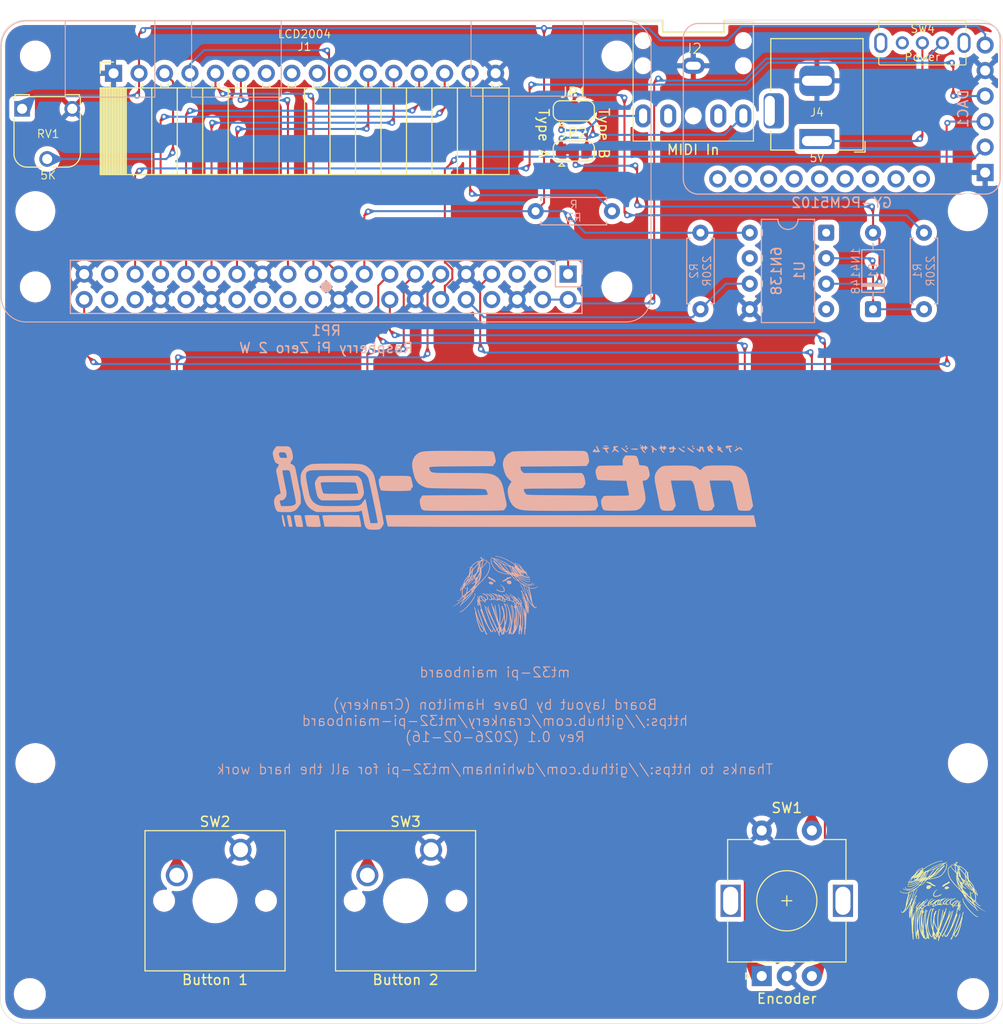
<source format=kicad_pcb>
(kicad_pcb (version 20241229) (generator "pcbnew") (generator_version "9.0")
  (layers (0 "F.Cu" signal) (2 "B.Cu" signal) (13 "F.Paste" user) (15 "B.Paste" user) (5 "F.SilkS" user "F.Silkscreen") (7 "B.SilkS" user "B.Silkscreen") (1 "F.Mask" user) (3 "B.Mask" user) (25 "Edge.Cuts" user))
  (property "Author" "Dave Hamilton")
  (property "Company" "Crankery")
  (property "Github" "https://github.com/crankery/mt32-pi-mainboard")
  (property "Issue_Date" "2026-02-16")
  (property "Revision" "0.1")
  (property "Title" "mt32-pi mainboard")
  (net 0 "")
  (net 1 "Net-(D1-K)")
  (net 2 "DAC_{BCK}")
  (net 3 "DAC_{DIN}")
  (net 4 "MIDI_{SNK}")
  (net 5 "DAC_{LCK}")
  (net 8 "LCD_{D6}")
  (net 10 "ENC_{DAT}")
  (net 12 "GND")
  (net 13 "Button_{Enc}")
  (net 14 "LCD_{D5}")
  (net 15 "LCD_{RS}")
  (net 17 "MIDI_IN")
  (net 18 "ENC_{CLK}")
  (net 21 "LCD_{E}")
  (net 22 "LCD_{RW}")
  (net 24 "Button_{1}")
  (net 26 "LCD_{D4}")
  (net 27 "Button_{2}")
  (net 28 "LCD_{D7}")
  (net 32 "+5V")
  (net 33 "+3.3V")
  (net 34 "MIDI_{T}")
  (net 49 "Net-(J1-Pin_3)")
  (net 51 "Net-(J1-Pin_15)")
  (net 53 "MIDI_{R}")
  (net 54 "MIDI_{SRC}")
  (net 57 "Net-(SW4-B)")
  (footprint "0:RotaryEncoder_Alps_EC11E-Switch_Vertical_H20mm" (layer "F.Cu") (at 126.96 146.57 90)
    (property "Reference" "SW1" (at 16.75 2.500001 0) (layer "F.SilkS"))
    (property "Value" "Encoder" (at -2.25 2.5 180) (layer "F.SilkS"))
    (pad "" thru_hole rect (at 7.5 -3.1 90) (size 3.2 2) (drill oval 2.8 1.5) (layers "*.Cu" "*.Mask"))
    (pad "" thru_hole rect (at 7.5 8.1 90) (size 3.2 2) (drill oval 2.8 1.5) (layers "*.Cu" "*.Mask"))
    (pad "A" thru_hole rect (at 0 0 90) (size 2 2) (drill 1) (layers "*.Cu" "*.Mask") (net 18 "ENC_{CLK}"))
    (pad "B" thru_hole circle (at 0 5 90) (size 2 2) (drill 1) (layers "*.Cu" "*.Mask") (net 10 "ENC_{DAT}"))
    (pad "C" thru_hole circle (at 0 2.5 90) (size 2 2) (drill 1) (layers "*.Cu" "*.Mask") (net 12 "GND"))
    (pad "S1" thru_hole circle (at 14.5 5 90) (size 2 2) (drill 1) (layers "*.Cu" "*.Mask") (net 13 "Button_{Enc}"))
    (pad "S2" thru_hole circle (at 14.5 0 90) (size 2 2) (drill 1) (layers "*.Cu" "*.Mask") (net 12 "GND"))
  )
  (footprint "0:LCD2004" (layer "F.Cu") (at 62.32 70.36 90)
    (property "Reference" "LCD1")
    (property "Value" "LCD2004")
    (pad "" np_thru_hole circle (at -55 -7.8 90) (size 3.5 3.5) (drill 3.5) (layers "*.Cu" "*.Mask"))
    (pad "" np_thru_hole circle (at -55 85.2 90) (size 3.5 3.5) (drill 3.5) (layers "*.Cu" "*.Mask"))
    (pad "" np_thru_hole circle (at 0 -7.8 90) (size 3.5 3.5) (drill 3.5) (layers "*.Cu" "*.Mask"))
    (pad "" np_thru_hole circle (at 0 85.2 90) (size 3.5 3.5) (drill 3.5) (layers "*.Cu" "*.Mask"))
  )
  (footprint "0:PinSocket_1x16_P2.54mm_Horizontal" (layer "F.Cu") (at 62.32 56.62 90)
    (property "Reference" "J1" (at 2.64 19.04 180) (layer "F.SilkS") (effects (font (size 0.8 0.8) (thickness 0.1))))
    (property "Value" "LCD2004" (at 3.91 19.040001 180) (layer "F.SilkS") (effects (font (size 0.8 0.8) (thickness 0.1))))
    (pad "1" thru_hole rect (at 0 0 90) (size 1.7 1.7) (drill 1) (layers "*.Cu" "*.Mask") (net 12 "GND"))
    (pad "2" thru_hole circle (at 0 2.54 90) (size 1.7 1.7) (drill 1) (layers "*.Cu" "*.Mask") (net 33 "+3.3V"))
    (pad "3" thru_hole circle (at 0 5.08 90) (size 1.7 1.7) (drill 1) (layers "*.Cu" "*.Mask") (net 49 "Net-(J1-Pin_3)"))
    (pad "4" thru_hole circle (at 0 7.62 90) (size 1.7 1.7) (drill 1) (layers "*.Cu" "*.Mask") (net 15 "LCD_{RS}"))
    (pad "5" thru_hole circle (at 0 10.16 90) (size 1.7 1.7) (drill 1) (layers "*.Cu" "*.Mask") (net 22 "LCD_{RW}"))
    (pad "6" thru_hole circle (at 0 12.7 90) (size 1.7 1.7) (drill 1) (layers "*.Cu" "*.Mask") (net 21 "LCD_{E}"))
    (pad "7" thru_hole circle (at 0 15.24 90) (size 1.7 1.7) (drill 1) (layers "*.Cu" "*.Mask"))
    (pad "8" thru_hole circle (at 0 17.78 90) (size 1.7 1.7) (drill 1) (layers "*.Cu" "*.Mask"))
    (pad "9" thru_hole circle (at 0 20.32 90) (size 1.7 1.7) (drill 1) (layers "*.Cu" "*.Mask"))
    (pad "10" thru_hole circle (at 0 22.86 90) (size 1.7 1.7) (drill 1) (layers "*.Cu" "*.Mask"))
    (pad "11" thru_hole circle (at 0 25.4 90) (size 1.7 1.7) (drill 1) (layers "*.Cu" "*.Mask") (net 26 "LCD_{D4}"))
    (pad "12" thru_hole circle (at 0 27.94 90) (size 1.7 1.7) (drill 1) (layers "*.Cu" "*.Mask") (net 14 "LCD_{D5}"))
    (pad "13" thru_hole circle (at 0 30.48 90) (size 1.7 1.7) (drill 1) (layers "*.Cu" "*.Mask") (net 8 "LCD_{D6}"))
    (pad "14" thru_hole circle (at 0 33.02 90) (size 1.7 1.7) (drill 1) (layers "*.Cu" "*.Mask") (net 28 "LCD_{D7}"))
    (pad "15" thru_hole circle (at 0 35.56 90) (size 1.7 1.7) (drill 1) (layers "*.Cu" "*.Mask") (net 51 "Net-(J1-Pin_15)"))
    (pad "16" thru_hole circle (at 0 38.1 90) (size 1.7 1.7) (drill 1) (layers "*.Cu" "*.Mask") (net 12 "GND"))
  )
  (footprint "0:crankery_small" (layer "F.Cu") (at 144.679078 139.148224)
    (property "Reference" "G2" (hide yes))
    (property "Value" "Crankery Logo" (hide yes))
  )
  (footprint "0:BarrelJack_Horizontal" (layer "F.Cu") (at 132.463333 63.37 -90)
    (property "Reference" "J4" (at -2.85 0 180) (layer "F.SilkS") (effects (font (size 0.8 0.8) (thickness 0.1))))
    (property "Value" "5V" (at 1.69 0 180) (layer "F.SilkS") (effects (font (size 0.8 0.8) (thickness 0.1))))
    (pad "1" thru_hole rect (at 0 0 270) (size 2 3.5) (drill oval 1 3 (offset -0.2 0)) (layers "*.Cu" "*.Mask") (net 57 "Net-(SW4-B)"))
    (pad "2" thru_hole roundrect (at -6 0 270) (size 3 3.5) (drill oval 1 3) (layers "*.Cu" "*.Mask") (net 12 "GND"))
    (pad "3" thru_hole roundrect (at -3 4.7 270) (size 3.5 2) (drill oval 3 1 (offset 0 -0.4)) (layers "*.Cu" "*.Mask"))
  )
  (footprint "Jumper:SolderJumper-3_P1.3mm_Bridged12_RoundedPad1.0x1.5mm" (layer "F.Cu") (at 108.218125 60.36)
    (property "Reference" "JP1" (at 0 -1.8 0) (layer "F.SilkS"))
    (property "Value" "MIDI Type A/B")
    (fp_poly (pts (xy -0.9 -0.3) (xy -0.4 -0.3) (xy -0.4 0.3) (xy -0.9 0.3)) (fill yes) (layer "F.Cu"))
    (pad "1" smd custom (at -1.3 0) (size 1 0.5) (layers "F.Cu" "F.Mask") (net 34 "MIDI_{T}") (options (clearance outline) (anchor rect)) (primitives (gr_circle (center 0 0.25) (end 0.5 0.25) (width 0) (fill yes)) (gr_circle (center 0 -0.25) (end 0.5 -0.25) (width 0) (fill yes)) (gr_poly (pts (xy 0.55 0.75) (xy 0 0.75) (xy 0 -0.75) (xy 0.55 -0.75)) (width 0) (fill yes))))
    (pad "2" smd rect (at 0 0) (size 1 1.5) (layers "F.Cu" "F.Mask") (net 54 "MIDI_{SRC}"))
    (pad "3" smd custom (at 1.3 0) (size 1 0.5) (layers "F.Cu" "F.Mask") (net 53 "MIDI_{R}") (options (clearance outline) (anchor rect)) (primitives (gr_circle (center 0 0.25) (end 0.5 0.25) (width 0) (fill yes)) (gr_circle (center 0 -0.25) (end 0.5 -0.25) (width 0) (fill yes)) (gr_poly (pts (xy 0 0.75) (xy -0.55 0.75) (xy -0.55 -0.75) (xy 0 -0.75)) (width 0) (fill yes))))
  )
  (footprint "Jumper:SolderJumper-3_P1.3mm_Bridged12_RoundedPad1.0x1.5mm" (layer "F.Cu") (at 108.218125 64.3725)
    (property "Reference" "JP2" (at 0 -1.8 0) (layer "F.SilkS"))
    (property "Value" "MIDI Type A/B")
    (fp_poly (pts (xy -0.9 -0.3) (xy -0.4 -0.3) (xy -0.4 0.3) (xy -0.9 0.3)) (fill yes) (layer "F.Cu"))
    (pad "1" smd custom (at -1.3 0) (size 1 0.5) (layers "F.Cu" "F.Mask") (net 53 "MIDI_{R}") (options (clearance outline) (anchor rect)) (primitives (gr_circle (center 0 0.25) (end 0.5 0.25) (width 0) (fill yes)) (gr_circle (center 0 -0.25) (end 0.5 -0.25) (width 0) (fill yes)) (gr_poly (pts (xy 0.55 0.75) (xy 0 0.75) (xy 0 -0.75) (xy 0.55 -0.75)) (width 0) (fill yes))))
    (pad "2" smd rect (at 0 0) (size 1 1.5) (layers "F.Cu" "F.Mask") (net 4 "MIDI_{SNK}"))
    (pad "3" smd custom (at 1.3 0) (size 1 0.5) (layers "F.Cu" "F.Mask") (net 34 "MIDI_{T}") (options (clearance outline) (anchor rect)) (primitives (gr_circle (center 0 0.25) (end 0.5 0.25) (width 0) (fill yes)) (gr_circle (center 0 -0.25) (end 0.5 -0.25) (width 0) (fill yes)) (gr_poly (pts (xy 0 0.75) (xy -0.55 0.75) (xy -0.55 -0.75) (xy 0 -0.75)) (width 0) (fill yes))))
  )
  (footprint "0:SW_Cherry_MX_1.00u_PCB" (layer "F.Cu") (at 74.98 133.99)
    (property "Reference" "SW2" (at -2.54 -2.794 0) (layer "F.SilkS"))
    (property "Value" "Button 1" (at -2.54 12.954 0) (layer "F.SilkS"))
    (pad "" np_thru_hole circle (at -7.62 5.08) (size 1.7 1.7) (drill 1.7) (layers "*.Cu" "*.Mask"))
    (pad "" np_thru_hole circle (at -2.54 5.08) (size 4 4) (drill 4) (layers "*.Cu" "*.Mask"))
    (pad "" np_thru_hole circle (at 2.54 5.08) (size 1.7 1.7) (drill 1.7) (layers "*.Cu" "*.Mask"))
    (pad "1" thru_hole circle (at 0 0) (size 2.2 2.2) (drill 1.5) (layers "*.Cu" "*.Mask") (net 12 "GND"))
    (pad "2" thru_hole circle (at -6.35 2.54) (size 2.2 2.2) (drill 1.5) (layers "*.Cu" "*.Mask") (net 24 "Button_{1}"))
  )
  (footprint "0:Potentiometer_Runtron_RM-065_Vertical" (layer "F.Cu") (at 53.2 60.16)
    (property "Reference" "RV1" (at 2.6 2.5 0) (layer "F.SilkS") (effects (font (size 0.8 0.8) (thickness 0.1))))
    (property "Value" "5K" (at 2.59 6.63 0) (layer "F.SilkS") (effects (font (size 0.8 0.8) (thickness 0.1))))
    (pad "1" thru_hole rect (at 0 0) (size 1.56 1.56) (drill 1) (layers "*.Cu" "*.Mask") (net 33 "+3.3V"))
    (pad "2" thru_hole circle (at 2.5 5) (size 1.56 1.56) (drill 1) (layers "*.Cu" "*.Mask") (net 49 "Net-(J1-Pin_3)"))
    (pad "3" thru_hole circle (at 5 0) (size 1.56 1.56) (drill 1) (layers "*.Cu" "*.Mask") (net 12 "GND"))
  )
  (footprint "0:GY-PCM5102" (layer "F.Cu") (at 134.935 60.16 180)
    (property "Reference" "DAC1" (at -12.11 0 270) (layer "B.SilkS") (effects (justify mirror)))
    (property "Value" "GY-PCM5102" (at 0 -9.36 180) (layer "B.SilkS") (effects (justify mirror)))
    (pad "1" thru_hole rect (at -14.305 -6.35 180) (size 1.7 1.7) (drill 1) (layers "*.Cu" "*.Mask") (net 12 "GND"))
    (pad "2" thru_hole circle (at -14.305 -3.81 180) (size 1.7 1.7) (drill 1) (layers "*.Cu" "*.Mask") (net 2 "DAC_{BCK}"))
    (pad "3" thru_hole circle (at -14.305 -1.27 180) (size 1.7 1.7) (drill 1) (layers "*.Cu" "*.Mask") (net 3 "DAC_{DIN}"))
    (pad "4" thru_hole circle (at -14.305 1.27 180) (size 1.7 1.7) (drill 1) (layers "*.Cu" "*.Mask") (net 5 "DAC_{LCK}"))
    (pad "5" thru_hole circle (at -14.305 3.81 180) (size 1.7 1.7) (drill 1) (layers "*.Cu" "*.Mask") (net 12 "GND"))
    (pad "6" thru_hole circle (at -14.305 6.35 180) (size 1.7 1.7) (drill 1) (layers "*.Cu" "*.Mask") (net 33 "+3.3V"))
    (pad "7" thru_hole circle (at 12.365 -6.985 180) (size 1.7 1.7) (drill 1) (layers "*.Cu" "*.Mask"))
    (pad "8" thru_hole circle (at 9.825 -6.985 180) (size 1.7 1.7) (drill 1) (layers "*.Cu" "*.Mask"))
    (pad "9" thru_hole circle (at 7.285 -6.985 180) (size 1.7 1.7) (drill 1) (layers "*.Cu" "*.Mask"))
    (pad "10" thru_hole circle (at 4.745 -6.985 180) (size 1.7 1.7) (drill 1) (layers "*.Cu" "*.Mask"))
    (pad "11" thru_hole circle (at 2.205 -6.985 180) (size 1.7 1.7) (drill 1) (layers "*.Cu" "*.Mask"))
    (pad "12" thru_hole circle (at -0.335 -6.985 180) (size 1.7 1.7) (drill 1) (layers "*.Cu" "*.Mask"))
    (pad "13" thru_hole circle (at -2.875 -6.985 180) (size 1.7 1.7) (drill 1) (layers "*.Cu" "*.Mask"))
    (pad "14" thru_hole circle (at -5.415 -6.985 180) (size 1.7 1.7) (drill 1) (layers "*.Cu" "*.Mask"))
    (pad "15" thru_hole circle (at -7.955 -6.985 180) (size 1.7 1.7) (drill 1) (layers "*.Cu" "*.Mask"))
  )
  (footprint "0:SW_Cherry_MX_1.00u_PCB" (layer "F.Cu") (at 93.98 133.99)
    (property "Reference" "SW3" (at -2.54 -2.794 0) (layer "F.SilkS"))
    (property "Value" "Button 2" (at -2.54 12.954 0) (layer "F.SilkS"))
    (pad "" np_thru_hole circle (at -7.62 5.08) (size 1.7 1.7) (drill 1.7) (layers "*.Cu" "*.Mask"))
    (pad "" np_thru_hole circle (at -2.54 5.08) (size 4 4) (drill 4) (layers "*.Cu" "*.Mask"))
    (pad "" np_thru_hole circle (at 2.54 5.08) (size 1.7 1.7) (drill 1.7) (layers "*.Cu" "*.Mask"))
    (pad "1" thru_hole circle (at 0 0) (size 2.2 2.2) (drill 1.5) (layers "*.Cu" "*.Mask") (net 12 "GND"))
    (pad "2" thru_hole circle (at -6.35 2.54) (size 2.2 2.2) (drill 1.5) (layers "*.Cu" "*.Mask") (net 27 "Button_{2}"))
  )
  (footprint "0:MountingHole_2.7mm_M2.5" (layer "F.Cu") (at 53.97 148.37)
    (property "Reference" "H2" (hide yes))
    (property "Value" "MountingHole" (hide yes))
    (pad "" np_thru_hole circle (at 0 0) (size 2.7 2.7) (drill 2.7) (layers "*.Cu" "*.Mask"))
  )
  (footprint "0:PJ-307" (layer "F.Cu") (at 120.13 55.87 -90)
    (property "Reference" "J2" (at -1.7 0 0) (layer "F.SilkS") (effects (font (thickness 0.1))))
    (property "Value" "MIDI In" (at 8.37 0 0) (layer "F.SilkS"))
    (fp_line (start -4.55 6.05) (end -4.55 3) (stroke (width 0.05)) (layer "Edge.Cuts"))
    (fp_line (start -4.55 3) (end -3.4 3) (stroke (width 0.05)) (layer "Edge.Cuts"))
    (fp_line (start -3.4 3) (end -3.4 -3) (stroke (width 0.05)) (layer "Edge.Cuts"))
    (fp_line (start -4.55 -3) (end -3.4 -3) (stroke (width 0.05)) (layer "Edge.Cuts"))
    (fp_line (start -4.55 -3) (end -4.55 -6.05) (stroke (width 0.05)) (layer "Edge.Cuts"))
    (pad "" np_thru_hole circle (at -2.5 -5) (size 1.2 1.2) (drill 1.2) (layers "*.Cu" "*.Mask"))
    (pad "" np_thru_hole circle (at -2.5 5) (size 1.2 1.2) (drill 1.2) (layers "*.Cu" "*.Mask"))
    (pad "" np_thru_hole circle (at 0 -5) (size 1.2 1.2) (drill 1.2) (layers "*.Cu" "*.Mask"))
    (pad "" np_thru_hole circle (at 0 5) (size 1.2 1.2) (drill 1.2) (layers "*.Cu" "*.Mask"))
    (pad "" np_thru_hole circle (at 5 0) (size 1.2 1.2) (drill 1.2) (layers "*.Cu" "*.Mask"))
    (pad "R" thru_hole oval (at 5 -5 90) (size 2.3 1.6) (drill oval 1.5 0.8) (layers "*.Cu" "*.Mask") (net 53 "MIDI_{R}"))
    (pad "RN" thru_hole oval (at 5 -2.5 90) (size 2.3 1.6) (drill oval 1.5 0.8) (layers "*.Cu" "*.Mask"))
    (pad "S" thru_hole oval (at 0 0) (size 2.3 1.6) (drill oval 1.5 0.8) (layers "*.Cu" "*.Mask") (net 12 "GND"))
    (pad "T" thru_hole oval (at 5 5 90) (size 2.3 1.6) (drill oval 1.5 0.8) (layers "*.Cu" "*.Mask") (net 34 "MIDI_{T}"))
    (pad "TN" thru_hole oval (at 5 2.5 90) (size 2.3 1.6) (drill oval 1.5 0.8) (layers "*.Cu" "*.Mask"))
  )
  (footprint "0:SK12D07VG4" (layer "F.Cu") (at 142.981667 51.39)
    (property "Reference" "SW4" (at 0.03 0.8 0) (layer "F.SilkS") (effects (font (size 0.8 0.8) (thickness 0.1))))
    (property "Value" "Power" (at -0.01 3.6 0) (layer "F.SilkS") (effects (font (size 0.8 0.8) (thickness 0.1))))
    (pad "" thru_hole oval (at -4.15 2.2 270) (size 2 1.3) (drill oval 1.5 0.8) (layers "*.Cu" "*.Mask"))
    (pad "" thru_hole oval (at 4.15 2.2 270) (size 2 1.3) (drill oval 1.5 0.8) (layers "*.Cu" "*.Mask"))
    (pad "1" thru_hole circle (at 2 2.2 180) (size 1.3 1.3) (drill 0.8) (layers "*.Cu" "*.Mask") (net 32 "+5V"))
    (pad "2" thru_hole circle (at 0 2.2 180) (size 1.3 1.3) (drill 0.8) (layers "*.Cu" "*.Mask") (net 57 "Net-(SW4-B)"))
    (pad "3" thru_hole circle (at -2 2.2 180) (size 1.3 1.3) (drill 0.8) (layers "*.Cu" "*.Mask"))
  )
  (footprint "0:RP_Zero_2W" (layer "F.Cu") (at 59.39 79.17 90)
    (property "Reference" "RP1" (at -3.09 24.130001 0) (layer "B.SilkS") (effects (justify mirror)))
    (property "Value" "Raspberry Pi Zero 2 W" (at -4.82 24.13 0) (layer "B.SilkS") (effects (justify mirror)))
    (pad "" np_thru_hole circle (at 1.27 -4.87 90) (size 2.6 2.6) (drill 2.6) (layers "*.Cu" "*.Mask"))
    (pad "" np_thru_hole circle (at 1.27 53.13 90) (size 2.6 2.6) (drill 2.6) (layers "*.Cu" "*.Mask"))
    (pad "" np_thru_hole circle (at 24.27 -4.87 90) (size 2.6 2.6) (drill 2.6) (layers "*.Cu" "*.Mask"))
    (pad "" np_thru_hole circle (at 24.27 53.13 90) (size 2.6 2.6) (drill 2.6) (layers "*.Cu" "*.Mask"))
    (pad "1" thru_hole rect (at 2.54 48.26 270) (size 1.7 1.7) (drill 1) (layers "*.Cu" "*.Mask") (net 33 "+3.3V"))
    (pad "2" thru_hole circle (at 0 48.26 270) (size 1.7 1.7) (drill 1) (layers "*.Cu" "*.Mask") (net 32 "+5V"))
    (pad "3" thru_hole circle (at 2.54 45.72 270) (size 1.7 1.7) (drill 1) (layers "*.Cu" "*.Mask"))
    (pad "4" thru_hole circle (at 0 45.72 270) (size 1.7 1.7) (drill 1) (layers "*.Cu" "*.Mask") (net 32 "+5V"))
    (pad "5" thru_hole circle (at 2.54 43.18 270) (size 1.7 1.7) (drill 1) (layers "*.Cu" "*.Mask"))
    (pad "6" thru_hole circle (at 0 43.18 270) (size 1.7 1.7) (drill 1) (layers "*.Cu" "*.Mask") (net 12 "GND"))
    (pad "7" thru_hole circle (at 2.54 40.64 270) (size 1.7 1.7) (drill 1) (layers "*.Cu" "*.Mask") (net 13 "Button_{Enc}"))
    (pad "8" thru_hole circle (at 0 40.64 270) (size 1.7 1.7) (drill 1) (layers "*.Cu" "*.Mask"))
    (pad "9" thru_hole circle (at 2.54 38.1 270) (size 1.7 1.7) (drill 1) (layers "*.Cu" "*.Mask") (net 12 "GND"))
    (pad "10" thru_hole circle (at 0 38.1 270) (size 1.7 1.7) (drill 1) (layers "*.Cu" "*.Mask") (net 17 "MIDI_IN"))
    (pad "11" thru_hole circle (at 2.54 35.56 270) (size 1.7 1.7) (drill 1) (layers "*.Cu" "*.Mask") (net 24 "Button_{1}"))
    (pad "12" thru_hole circle (at 0 35.56 270) (size 1.7 1.7) (drill 1) (layers "*.Cu" "*.Mask") (net 2 "DAC_{BCK}"))
    (pad "13" thru_hole circle (at 2.54 33.02 270) (size 1.7 1.7) (drill 1) (layers "*.Cu" "*.Mask") (net 27 "Button_{2}"))
    (pad "14" thru_hole circle (at 0 33.02 270) (size 1.7 1.7) (drill 1) (layers "*.Cu" "*.Mask") (net 12 "GND"))
    (pad "15" thru_hole circle (at 2.54 30.48 270) (size 1.7 1.7) (drill 1) (layers "*.Cu" "*.Mask") (net 18 "ENC_{CLK}"))
    (pad "16" thru_hole circle (at 0 30.48 270) (size 1.7 1.7) (drill 1) (layers "*.Cu" "*.Mask") (net 10 "ENC_{DAT}"))
    (pad "17" thru_hole circle (at 2.54 27.94 270) (size 1.7 1.7) (drill 1) (layers "*.Cu" "*.Mask") (net 33 "+3.3V"))
    (pad "18" thru_hole circle (at 0 27.94 270) (size 1.7 1.7) (drill 1) (layers "*.Cu" "*.Mask"))
    (pad "19" thru_hole circle (at 2.54 25.4 270) (size 1.7 1.7) (drill 1) (layers "*.Cu" "*.Mask") (net 15 "LCD_{RS}"))
    (pad "20" thru_hole circle (at 0 25.4 270) (size 1.7 1.7) (drill 1) (layers "*.Cu" "*.Mask") (net 12 "GND"))
    (pad "21" thru_hole circle (at 2.54 22.86 270) (size 1.7 1.7) (drill 1) (layers "*.Cu" "*.Mask") (net 22 "LCD_{RW}"))
    (pad "22" thru_hole circle (at 0 22.86 270) (size 1.7 1.7) (drill 1) (layers "*.Cu" "*.Mask"))
    (pad "23" thru_hole circle (at 2.54 20.32 270) (size 1.7 1.7) (drill 1) (layers "*.Cu" "*.Mask") (net 21 "LCD_{E}"))
    (pad "24" thru_hole circle (at 0 20.32 270) (size 1.7 1.7) (drill 1) (layers "*.Cu" "*.Mask"))
    (pad "25" thru_hole circle (at 2.54 17.78 270) (size 1.7 1.7) (drill 1) (layers "*.Cu" "*.Mask") (net 12 "GND"))
    (pad "26" thru_hole circle (at 0 17.78 270) (size 1.7 1.7) (drill 1) (layers "*.Cu" "*.Mask"))
    (pad "27" thru_hole circle (at 2.54 15.24 270) (size 1.7 1.7) (drill 1) (layers "*.Cu" "*.Mask") (net 26 "LCD_{D4}"))
    (pad "28" thru_hole circle (at 0 15.24 270) (size 1.7 1.7) (drill 1) (layers "*.Cu" "*.Mask"))
    (pad "29" thru_hole circle (at 2.54 12.7 270) (size 1.7 1.7) (drill 1) (layers "*.Cu" "*.Mask") (net 14 "LCD_{D5}"))
    (pad "30" thru_hole circle (at 0 12.7 270) (size 1.7 1.7) (drill 1) (layers "*.Cu" "*.Mask") (net 12 "GND"))
    (pad "31" thru_hole circle (at 2.54 10.16 270) (size 1.7 1.7) (drill 1) (layers "*.Cu" "*.Mask") (net 8 "LCD_{D6}"))
    (pad "32" thru_hole circle (at 0 10.16 270) (size 1.7 1.7) (drill 1) (layers "*.Cu" "*.Mask"))
    (pad "33" thru_hole circle (at 2.54 7.62 270) (size 1.7 1.7) (drill 1) (layers "*.Cu" "*.Mask") (net 28 "LCD_{D7}"))
    (pad "34" thru_hole circle (at 0 7.62 270) (size 1.7 1.7) (drill 1) (layers "*.Cu" "*.Mask") (net 12 "GND"))
    (pad "35" thru_hole circle (at 2.54 5.08 270) (size 1.7 1.7) (drill 1) (layers "*.Cu" "*.Mask") (net 5 "DAC_{LCK}"))
    (pad "36" thru_hole circle (at 0 5.08 270) (size 1.7 1.7) (drill 1) (layers "*.Cu" "*.Mask"))
    (pad "37" thru_hole circle (at 2.54 2.54 270) (size 1.7 1.7) (drill 1) (layers "*.Cu" "*.Mask"))
    (pad "38" thru_hole circle (at 0 2.54 270) (size 1.7 1.7) (drill 1) (layers "*.Cu" "*.Mask"))
    (pad "39" thru_hole circle (at 2.54 0 270) (size 1.7 1.7) (drill 1) (layers "*.Cu" "*.Mask") (net 12 "GND"))
    (pad "40" thru_hole circle (at 0 0 270) (size 1.7 1.7) (drill 1) (layers "*.Cu" "*.Mask") (net 3 "DAC_{DIN}"))
  )
  (footprint "0:MountingHole_2.7mm_M2.5" (layer "F.Cu") (at 148.04 148.37)
    (property "Reference" "H3" (hide yes))
    (property "Value" "MountingHole" (hide yes))
    (pad "" np_thru_hole circle (at 0 0) (size 2.7 2.7) (drill 2.7) (layers "*.Cu" "*.Mask"))
  )
  (footprint "0:R_Axial_DIN0207_L6.3mm_D2.5mm_P7.62mm_Horizontal" (layer "B.Cu") (at 120.85 72.51 -90)
    (property "Reference" "R2" (at 3.81 0.651167 90) (layer "B.SilkS") (effects (font (size 0.8 0.8) (thickness 0.1)) (justify mirror)))
    (property "Value" "220R" (at 3.81 -0.651167 90) (layer "B.SilkS") (effects (font (size 0.8 0.8) (thickness 0.1)) (justify mirror)))
    (pad "1" thru_hole circle (at 0 0 270) (size 1.6 1.6) (drill 0.8) (layers "*.Cu" "*.Mask") (net 33 "+3.3V"))
    (pad "2" thru_hole circle (at 7.62 0 270) (size 1.6 1.6) (drill 0.8) (layers "*.Cu" "*.Mask") (net 17 "MIDI_IN"))
  )
  (footprint "0:DIP-8_W7.62mm" (layer "B.Cu") (at 133.385 72.51 180)
    (property "Reference" "U1" (at 2.663917 -3.810001 90) (layer "B.SilkS") (effects (justify mirror)))
    (property "Value" "6N138" (at 4.956083 -3.810001 90) (layer "B.SilkS") (effects (justify mirror)))
    (pad "1" thru_hole roundrect (at 0 0 180) (size 1.6 1.6) (drill 0.8) (layers "*.Cu" "*.Mask") (roundrect_rratio 0.15625))
    (pad "2" thru_hole circle (at 0 -2.54 180) (size 1.6 1.6) (drill 0.8) (layers "*.Cu" "*.Mask") (net 1 "Net-(D1-K)"))
    (pad "3" thru_hole circle (at 0 -5.08 180) (size 1.6 1.6) (drill 0.8) (layers "*.Cu" "*.Mask") (net 4 "MIDI_{SNK}"))
    (pad "4" thru_hole circle (at 0 -7.62 180) (size 1.6 1.6) (drill 0.8) (layers "*.Cu" "*.Mask"))
    (pad "5" thru_hole circle (at 7.62 -7.62 180) (size 1.6 1.6) (drill 0.8) (layers "*.Cu" "*.Mask") (net 12 "GND"))
    (pad "6" thru_hole circle (at 7.62 -5.08 180) (size 1.6 1.6) (drill 0.8) (layers "*.Cu" "*.Mask") (net 17 "MIDI_IN"))
    (pad "7" thru_hole circle (at 7.62 -2.54 180) (size 1.6 1.6) (drill 0.8) (layers "*.Cu" "*.Mask"))
    (pad "8" thru_hole circle (at 7.62 0 180) (size 1.6 1.6) (drill 0.8) (layers "*.Cu" "*.Mask") (net 33 "+3.3V"))
  )
  (footprint "0:D_DO-35_SOD27_P7.62mm_Horizontal" (layer "B.Cu") (at 138.06 80.13 90)
    (property "Reference" "D1" (at 3.81 0 270) (layer "B.SilkS") (effects (font (size 0.8 0.8) (thickness 0.1)) (justify mirror)))
    (property "Value" "1N4148" (at 3.81 -1.73 270) (layer "B.SilkS") (effects (font (size 0.8 0.8) (thickness 0.1)) (justify mirror)))
    (pad "1" thru_hole roundrect (at 0 0 90) (size 1.6 1.6) (drill 0.8) (layers "*.Cu" "*.Mask") (roundrect_rratio 0.15625) (net 1 "Net-(D1-K)"))
    (pad "2" thru_hole circle (at 7.62 0 90) (size 1.6 1.6) (drill 0.8) (layers "*.Cu" "*.Mask") (net 4 "MIDI_{SNK}"))
  )
  (footprint "0:R_Axial_DIN0207_L6.3mm_D2.5mm_P7.62mm_Horizontal" (layer "B.Cu") (at 143.14 72.51 -90)
    (property "Reference" "R1" (at 3.81 0.651167 90) (layer "B.SilkS") (effects (font (size 0.8 0.8) (thickness 0.1)) (justify mirror)))
    (property "Value" "220R" (at 3.81 -0.651167 90) (layer "B.SilkS") (effects (font (size 0.8 0.8) (thickness 0.1)) (justify mirror)))
    (pad "1" thru_hole circle (at 0 0 270) (size 1.6 1.6) (drill 0.8) (layers "*.Cu" "*.Mask") (net 54 "MIDI_{SRC}"))
    (pad "2" thru_hole circle (at 7.62 0 270) (size 1.6 1.6) (drill 0.8) (layers "*.Cu" "*.Mask") (net 1 "Net-(D1-K)"))
  )
  (footprint "0:R_Axial_DIN0207_L6.3mm_D2.5mm_P7.62mm_Horizontal" (layer "B.Cu") (at 104.408125 70.36)
    (property "Reference" "R3" (at 3.81 0.651167 180) (layer "B.SilkS") (effects (font (size 0.8 0.8) (thickness 0.1)) (justify mirror)))
    (property "Value" "R" (at 3.81 -0.651167 180) (layer "B.SilkS") (effects (font (size 0.8 0.8) (thickness 0.1)) (justify mirror)))
    (pad "1" thru_hole circle (at 0 0) (size 1.6 1.6) (drill 0.8) (layers "*.Cu" "*.Mask") (net 33 "+3.3V"))
    (pad "2" thru_hole circle (at 7.62 0) (size 1.6 1.6) (drill 0.8) (layers "*.Cu" "*.Mask") (net 51 "Net-(J1-Pin_15)"))
  )
  (footprint "0:mt32-pi-logo" (layer "B.Cu") (at 101.661612 98.190708 180)
    (property "Reference" "G1" (hide yes))
    (property "Value" "mt32-pi logo" (hide yes))
  )
  (footprint "0:crankery_small" (layer "B.Cu") (at 100.698301 108.779739 180)
    (property "Reference" "G3" (hide yes))
    (property "Value" "Crankery Logo" (hide yes))
  )
  (gr_line (start 151.02 53.82) (end 151.02 148.82) (stroke (width 0.05)) (layer "Edge.Cuts"))
  (gr_line (start 148.52 151.32) (end 53.52 151.32) (stroke (width 0.05)) (layer "Edge.Cuts"))
  (gr_line (start 126.18 51.32) (end 148.52 51.32) (stroke (width 0.05)) (layer "Edge.Cuts"))
  (gr_arc (start 148.52 51.32) (mid 150.287767 52.052233) (end 151.02 53.82) (stroke (width 0.05)) (layer "Edge.Cuts"))
  (gr_line (start 51.02 148.82) (end 51.02 53.82) (stroke (width 0.05)) (layer "Edge.Cuts"))
  (gr_arc (start 53.52 151.32) (mid 51.752233 150.587767) (end 51.02 148.82) (stroke (width 0.05)) (layer "Edge.Cuts"))
  (gr_line (start 114.08 51.32) (end 53.52 51.32) (stroke (width 0.05)) (layer "Edge.Cuts"))
  (gr_arc (start 151.02 148.82) (mid 150.287767 150.587767) (end 148.52 151.32) (stroke (width 0.05)) (layer "Edge.Cuts"))
  (gr_arc (start 51.02 53.82) (mid 51.752233 52.052233) (end 53.52 51.32) (stroke (width 0.05)) (layer "Edge.Cuts"))
  (gr_text "Type A" (at 105.218125 62.61 270) (layer "F.SilkS") (effects (font (size 1 1))))
  (gr_text "Type B" (at 111.218125 62.61 270) (layer "F.SilkS") (effects (font (size 1 1))))
  (gr_text "${Title}\n\nBoard layout by ${Author} (${Company})\n${Github}\nRev ${Revision} (${Issue_Date})\n\nThanks to https://github.com/dwhinham/mt32-pi for all the hard work" (at 100.35 121.14 0) (layer "B.SilkS") (effects (font (size 1 1) (thickness 0.1)) (justify mirror)))
  (segment (start 138.06 80.13) (end 138.06 75.34) (width 0.2) (layer "F.Cu") (net 1))
  (segment (start 138.06 75.34) (end 138.01 75.29) (width 0.2) (layer "F.Cu") (net 1))
  (via (at 138.01 75.29) (size 0.6) (drill 0.3) (layers "F.Cu" "B.Cu") (net 1))
  (segment (start 137.77 75.05) (end 133.385 75.05) (width 0.2) (layer "B.Cu") (net 1))
  (segment (start 143.14 80.13) (end 138.06 80.13) (width 0.2) (layer "B.Cu") (net 1))
  (segment (start 138.01 75.29) (end 137.77 75.05) (width 0.2) (layer "B.Cu") (net 1))
  (segment (start 96.101 76.15324) (end 96.101 77.10676) (width 0.2) (layer "F.Cu") (net 2))
  (segment (start 95.42676 77.781) (end 95.36 77.781) (width 0.2) (layer "F.Cu") (net 2))
  (segment (start 95.42676 75.479) (end 96.101 76.15324) (width 0.2) (layer "F.Cu") (net 2))
  (segment (start 95.36 77.781) (end 95.36 78.76) (width 0.2) (layer "F.Cu") (net 2))
  (segment (start 95.36 75.479) (end 95.42676 75.479) (width 0.2) (layer "F.Cu") (net 2))
  (segment (start 96.101 77.10676) (end 95.42676 77.781) (width 0.2) (layer "F.Cu") (net 2))
  (segment (start 96.28 65.28) (end 95.36 66.2) (width 0.2) (layer "F.Cu") (net 2))
  (segment (start 95.36 66.2) (end 95.36 75.479) (width 0.2) (layer "F.Cu") (net 2))
  (via (at 96.28 65.28) (size 0.6) (drill 0.3) (layers "F.Cu" "B.Cu") (net 2))
  (segment (start 96.49 64.93) (end 96.49 65.07) (width 0.2) (layer "B.Cu") (net 2))
  (segment (start 148.28 64.93) (end 96.49 64.93) (width 0.2) (layer "B.Cu") (net 2))
  (segment (start 149.24 63.97) (end 148.28 64.93) (width 0.2) (layer "B.Cu") (net 2))
  (segment (start 96.49 65.07) (end 96.28 65.28) (width 0.2) (layer "B.Cu") (net 2))
  (segment (start 145.47 61.57) (end 145.4 61.64) (width 0.2) (layer "F.Cu") (net 3))
  (segment (start 145.4 61.64) (end 145.4 85.52) (width 0.2) (layer "F.Cu") (net 3))
  (segment (start 59.39 84.47) (end 59.39 79.17) (width 0.2) (layer "F.Cu") (net 3))
  (segment (start 60.31 85.39) (end 59.39 84.47) (width 0.2) (layer "F.Cu") (net 3))
  (segment (start 145.4 85.52) (end 145.47 85.59) (width 0.2) (layer "F.Cu") (net 3))
  (via (at 145.47 61.57) (size 0.6) (drill 0.3) (layers "F.Cu" "B.Cu") (net 3))
  (via (at 145.47 85.59) (size 0.6) (drill 0.3) (layers "F.Cu" "B.Cu") (net 3))
  (via (at 60.31 85.39) (size 0.6) (drill 0.3) (layers "F.Cu" "B.Cu") (net 3))
  (segment (start 145.61 61.43) (end 145.47 61.57) (width 0.2) (layer "B.Cu") (net 3))
  (segment (start 60.51 85.59) (end 60.31 85.39) (width 0.2) (layer "B.Cu") (net 3))
  (segment (start 149.24 61.43) (end 145.61 61.43) (width 0.2) (layer "B.Cu") (net 3))
  (segment (start 145.47 85.59) (end 60.51 85.59) (width 0.2) (layer "B.Cu") (net 3))
  (segment (start 138.06 72.51) (end 138.06 70.01) (width 0.2) (layer "F.Cu") (net 4))
  (segment (start 114.53 65.99) (end 114.35 65.81) (width 0.2) (layer "F.Cu") (net 4))
  (segment (start 138.7 77.37) (end 138.7 73.15) (width 0.2) (layer "F.Cu") (net 4))
  (segment (start 138.06 70.01) (end 137.95 69.9) (width 0.2) (layer "F.Cu") (net 4))
  (segment (start 108.39 65.76) (end 108.39 64.544375) (width 0.2) (layer "F.Cu") (net 4))
  (segment (start 138.7 73.15) (end 138.06 72.51) (width 0.2) (layer "F.Cu") (net 4))
  (segment (start 114.53 69.77) (end 114.53 65.99) (width 0.2) (layer "F.Cu") (net 4))
  (via (at 114.35 65.81) (size 0.6) (drill 0.3) (layers "F.Cu" "B.Cu") (net 4))
  (via (at 114.53 69.77) (size 0.6) (drill 0.3) (layers "F.Cu" "B.Cu") (net 4))
  (via (at 138.7 77.37) (size 0.6) (drill 0.3) (layers "F.Cu" "B.Cu") (net 4))
  (via (at 108.39 65.76) (size 0.6) (drill 0.3) (layers "F.Cu" "B.Cu") (net 4))
  (via (at 137.95 69.9) (size 0.6) (drill 0.3) (layers "F.Cu" "B.Cu") (net 4))
  (segment (start 137.95 69.9) (end 114.66 69.9) (width 0.2) (layer "B.Cu") (net 4))
  (segment (start 114.33 65.83) (end 108.46 65.83) (width 0.2) (layer "B.Cu") (net 4))
  (segment (start 108.46 65.83) (end 108.39 65.76) (width 0.2) (layer "B.Cu") (net 4))
  (segment (start 114.66 69.9) (end 114.53 69.77) (width 0.2) (layer "B.Cu") (net 4))
  (segment (start 114.35 65.81) (end 114.33 65.83) (width 0.2) (layer "B.Cu") (net 4))
  (segment (start 133.385 77.59) (end 138.48 77.59) (width 0.2) (layer "B.Cu") (net 4))
  (segment (start 138.48 77.59) (end 138.7 77.37) (width 0.2) (layer "B.Cu") (net 4))
  (segment (start 64.89 66.34) (end 64.47 66.76) (width 0.2) (layer "F.Cu") (net 5))
  (segment (start 146.06 55.71) (end 145.919 55.569) (width 0.2) (layer "F.Cu") (net 5))
  (segment (start 146.06 58.87) (end 146.06 55.71) (width 0.2) (layer "F.Cu") (net 5))
  (segment (start 64.47 66.76) (end 64.47 76.63) (width 0.2) (layer "F.Cu") (net 5))
  (segment (start 103.81 65.75) (end 103.46 66.1) (width 0.2) (layer "F.Cu") (net 5))
  (segment (start 103.98 57.74) (end 103.81 57.91) (width 0.2) (layer "F.Cu") (net 5))
  (segment (start 103.81 57.91) (end 103.81 65.75) (width 0.2) (layer "F.Cu") (net 5))
  (via (at 145.919 55.569) (size 0.6) (drill 0.3) (layers "F.Cu" "B.Cu") (net 5))
  (via (at 64.89 66.34) (size 0.6) (drill 0.3) (layers "F.Cu" "B.Cu") (net 5))
  (via (at 146.06 58.87) (size 0.6) (drill 0.3) (layers "F.Cu" "B.Cu") (net 5))
  (via (at 103.98 57.74) (size 0.6) (drill 0.3) (layers "F.Cu" "B.Cu") (net 5))
  (via (at 103.46 66.1) (size 0.6) (drill 0.3) (layers "F.Cu" "B.Cu") (net 5))
  (segment (start 146.08 58.89) (end 146.06 58.87) (width 0.2) (layer "B.Cu") (net 5))
  (segment (start 104.66 57.75) (end 125.37 57.75) (width 0.2) (layer "B.Cu") (net 5))
  (segment (start 127.551 55.569) (end 145.919 55.569) (width 0.2) (layer "B.Cu") (net 5))
  (segment (start 125.37 57.75) (end 127.551 55.569) (width 0.2) (layer "B.Cu") (net 5))
  (segment (start 103.46 66.1) (end 65.13 66.1) (width 0.2) (layer "B.Cu") (net 5))
  (segment (start 65.13 66.1) (end 64.89 66.34) (width 0.2) (layer "B.Cu") (net 5))
  (segment (start 149.24 58.89) (end 146.08 58.89) (width 0.2) (layer "B.Cu") (net 5))
  (segment (start 104.65 57.74) (end 104.66 57.75) (width 0.2) (layer "B.Cu") (net 5))
  (segment (start 103.98 57.74) (end 104.65 57.74) (width 0.2) (layer "B.Cu") (net 5))
  (segment (start 69.55 60.75) (end 69.95 60.35) (width 0.2) (layer "F.Cu") (net 8))
  (segment (start 69.55 76.63) (end 69.55 60.75) (width 0.2) (layer "F.Cu") (net 8))
  (segment (start 92.12 60.33) (end 92.8 59.65) (width 0.2) (layer "F.Cu") (net 8))
  (segment (start 92.8 59.65) (end 92.8 56.62) (width 0.2) (layer "F.Cu") (net 8))
  (via (at 92.12 60.33) (size 0.6) (drill 0.3) (layers "F.Cu" "B.Cu") (net 8))
  (via (at 69.95 60.35) (size 0.6) (drill 0.3) (layers "F.Cu" "B.Cu") (net 8))
  (segment (start 69.95 60.35) (end 92.1 60.35) (width 0.2) (layer "B.Cu") (net 8))
  (segment (start 92.1 60.35) (end 92.12 60.33) (width 0.2) (layer "B.Cu") (net 8))
  (segment (start 133.261 145.269) (end 133.261 83.471) (width 0.2) (layer "F.Cu") (net 10))
  (segment (start 131.96 146.57) (end 133.261 145.269) (width 0.2) (layer "F.Cu") (net 10))
  (segment (start 90.36 82.72) (end 89.87 82.23) (width 0.2) (layer "F.Cu") (net 10))
  (segment (start 133.261 83.471) (end 133.02 83.23) (width 0.2) (layer "F.Cu") (net 10))
  (segment (start 89.87 82.23) (end 89.87 79.17) (width 0.2) (layer "F.Cu") (net 10))
  (via (at 133.02 83.23) (size 0.6) (drill 0.3) (layers "F.Cu" "B.Cu") (net 10))
  (via (at 90.36 82.72) (size 0.6) (drill 0.3) (layers "F.Cu" "B.Cu") (net 10))
  (segment (start 133.02 83.23) (end 132.51 82.72) (width 0.2) (layer "B.Cu") (net 10))
  (segment (start 132.51 82.72) (end 90.36 82.72) (width 0.2) (layer "B.Cu") (net 10))
  (segment (start 131.96 84.55) (end 131.82 84.41) (width 0.2) (layer "F.Cu") (net 13))
  (segment (start 98.879 84.029) (end 98.879 77.781) (width 0.2) (layer "F.Cu") (net 13))
  (segment (start 98.95 84.1) (end 98.879 84.029) (width 0.2) (layer "F.Cu") (net 13))
  (segment (start 98.879 77.781) (end 100.03 76.63) (width 0.2) (layer "F.Cu") (net 13))
  (segment (start 131.96 132.07) (end 131.96 84.55) (width 0.2) (layer "F.Cu") (net 13))
  (via (at 98.95 84.1) (size 0.6) (drill 0.3) (layers "F.Cu" "B.Cu") (net 13))
  (via (at 131.82 84.41) (size 0.6) (drill 0.3) (layers "F.Cu" "B.Cu") (net 13))
  (segment (start 131.82 84.41) (end 131.78 84.45) (width 0.2) (layer "B.Cu") (net 13))
  (segment (start 99.3 84.45) (end 98.95 84.1) (width 0.2) (layer "B.Cu") (net 13))
  (segment (start 131.78 84.45) (end 99.3 84.45) (width 0.2) (layer "B.Cu") (net 13))
  (segment (start 72.09 61.62) (end 72.16 61.55) (width 0.2) (layer "F.Cu") (net 14))
  (segment (start 90.1 61.55) (end 90.26 61.39) (width 0.2) (layer "F.Cu") (net 14))
  (segment (start 90.26 61.39) (end 90.26 56.62) (width 0.2) (layer "F.Cu") (net 14))
  (segment (start 72.09 76.63) (end 72.09 61.62) (width 0.2) (layer "F.Cu") (net 14))
  (via (at 72.16 61.55) (size 0.6) (drill 0.3) (layers "F.Cu" "B.Cu") (net 14))
  (via (at 90.1 61.55) (size 0.6) (drill 0.3) (layers "F.Cu" "B.Cu") (net 14))
  (segment (start 72.16 61.55) (end 90.1 61.55) (width 0.2) (layer "B.Cu") (net 14))
  (segment (start 83.81 54.54) (end 83.81 75.65) (width 0.2) (layer "F.Cu") (net 15))
  (segment (start 83.62 54.35) (end 83.81 54.54) (width 0.2) (layer "F.Cu") (net 15))
  (segment (start 83.81 75.65) (end 84.79 76.63) (width 0.2) (layer "F.Cu") (net 15))
  (via (at 83.62 54.35) (size 0.6) (drill 0.3) (layers "F.Cu" "B.Cu") (net 15))
  (segment (start 71.36 54.31) (end 69.94 55.73) (width 0.2) (layer "B.Cu") (net 15))
  (segment (start 83.62 54.35) (end 83.58 54.31) (width 0.2) (layer "B.Cu") (net 15))
  (segment (start 69.94 55.73) (end 69.94 56.62) (width 0.2) (layer "B.Cu") (net 15))
  (segment (start 83.58 54.31) (end 71.36 54.31) (width 0.2) (layer "B.Cu") (net 15))
  (segment (start 120.050001 80.929999) (end 120.85 80.13) (width 0.2) (layer "B.Cu") (net 17))
  (segment (start 125.765 77.59) (end 123.39 77.59) (width 0.2) (layer "B.Cu") (net 17))
  (segment (start 123.39 77.59) (end 120.85 80.13) (width 0.2) (layer "B.Cu") (net 17))
  (segment (start 97.49 79.17) (end 99.249999 80.929999) (width 0.2) (layer "B.Cu") (net 17))
  (segment (start 99.249999 80.929999) (end 120.050001 80.929999) (width 0.2) (layer "B.Cu") (net 17))
  (segment (start 88.719 82.879) (end 88.719 77.781) (width 0.2) (layer "F.Cu") (net 18))
  (segment (start 126.96 146.57) (end 125.27 144.88) (width 0.2) (layer "F.Cu") (net 18))
  (segment (start 89.2 83.36) (end 88.719 82.879) (width 0.2) (layer "F.Cu") (net 18))
  (segment (start 125.27 144.88) (end 125.27 83.78) (width 0.2) (layer "F.Cu") (net 18))
  (segment (start 88.719 77.781) (end 89.87 76.63) (width 0.2) (layer "F.Cu") (net 18))
  (via (at 125.27 83.78) (size 0.6) (drill 0.3) (layers "F.Cu" "B.Cu") (net 18))
  (via (at 89.2 83.36) (size 0.6) (drill 0.3) (layers "F.Cu" "B.Cu") (net 18))
  (segment (start 89.61 83.5) (end 89.34 83.5) (width 0.2) (layer "B.Cu") (net 18))
  (segment (start 124.99 83.5) (end 89.61 83.5) (width 0.2) (layer "B.Cu") (net 18))
  (segment (start 89.34 83.5) (end 89.2 83.36) (width 0.2) (layer "B.Cu") (net 18))
  (segment (start 125.27 83.78) (end 124.99 83.5) (width 0.2) (layer "B.Cu") (net 18))
  (segment (start 75.02 59.25) (end 75.02 56.62) (width 0.2) (layer "F.Cu") (net 21))
  (segment (start 79.71 76.63) (end 79.71 59.34) (width 0.2) (layer "F.Cu") (net 21))
  (segment (start 74.99 59.28) (end 75.02 59.25) (width 0.2) (layer "F.Cu") (net 21))
  (segment (start 79.71 59.34) (end 79.65 59.28) (width 0.2) (layer "F.Cu") (net 21))
  (via (at 79.65 59.28) (size 0.6) (drill 0.3) (layers "F.Cu" "B.Cu") (net 21))
  (via (at 74.99 59.28) (size 0.6) (drill 0.3) (layers "F.Cu" "B.Cu") (net 21))
  (segment (start 79.62 59.31) (end 75.02 59.31) (width 0.2) (layer "B.Cu") (net 21))
  (segment (start 79.65 59.28) (end 79.62 59.31) (width 0.2) (layer "B.Cu") (net 21))
  (segment (start 75.02 59.31) (end 74.99 59.28) (width 0.2) (layer "B.Cu") (net 21))
  (segment (start 72.48 57.93) (end 72.48 56.62) (width 0.2) (layer "F.Cu") (net 22))
  (segment (start 82.25 76.63) (end 82.25 59.14) (width 0.2) (layer "F.Cu") (net 22))
  (segment (start 82.25 59.14) (end 81.98 58.87) (width 0.2) (layer "F.Cu") (net 22))
  (segment (start 73.21 58.66) (end 72.48 57.93) (width 0.2) (layer "F.Cu") (net 22))
  (via (at 73.21 58.66) (size 0.6) (drill 0.3) (layers "F.Cu" "B.Cu") (net 22))
  (via (at 81.98 58.87) (size 0.6) (drill 0.3) (layers "F.Cu" "B.Cu") (net 22))
  (segment (start 81.98 58.87) (end 81.77 58.66) (width 0.2) (layer "B.Cu") (net 22))
  (segment (start 81.77 58.66) (end 73.21 58.66) (width 0.2) (layer "B.Cu") (net 22))
  (segment (start 68.63 85.05) (end 68.76 84.92) (width 0.2) (layer "F.Cu") (net 24))
  (segment (start 93.63 77.95) (end 94.95 76.63) (width 0.2) (layer "F.Cu") (net 24))
  (segment (start 93.63 84.56) (end 93.63 77.95) (width 0.2) (layer "F.Cu") (net 24))
  (segment (start 68.63 136.53) (end 68.63 85.05) (width 0.2) (layer "F.Cu") (net 24))
  (via (at 93.63 84.56) (size 0.6) (drill 0.3) (layers "F.Cu" "B.Cu") (net 24))
  (via (at 68.76 84.92) (size 0.6) (drill 0.3) (layers "F.Cu" "B.Cu") (net 24))
  (segment (start 93.27 84.92) (end 93.63 84.56) (width 0.2) (layer "B.Cu") (net 24))
  (segment (start 68.76 84.92) (end 93.27 84.92) (width 0.2) (layer "B.Cu") (net 24))
  (segment (start 87.55 62.15) (end 87.72 61.98) (width 0.2) (layer "F.Cu") (net 26))
  (segment (start 74.63 76.63) (end 74.63 62.26) (width 0.2) (layer "F.Cu") (net 26))
  (segment (start 74.63 62.26) (end 74.74 62.15) (width 0.2) (layer "F.Cu") (net 26))
  (segment (start 87.72 61.98) (end 87.72 56.62) (width 0.2) (layer "F.Cu") (net 26))
  (via (at 74.74 62.15) (size 0.6) (drill 0.3) (layers "F.Cu" "B.Cu") (net 26))
  (via (at 87.55 62.15) (size 0.6) (drill 0.3) (layers "F.Cu" "B.Cu") (net 26))
  (segment (start 87.53 62.17) (end 87.55 62.15) (width 0.2) (layer "B.Cu") (net 26))
  (segment (start 74.76 62.17) (end 87.53 62.17) (width 0.2) (layer "B.Cu") (net 26))
  (segment (start 74.74 62.15) (end 74.76 62.17) (width 0.2) (layer "B.Cu") (net 26))
  (segment (start 87.88 84.32) (end 87.63 84.57) (width 0.2) (layer "F.Cu") (net 27))
  (segment (start 91.259 77.781) (end 92.41 76.63) (width 0.2) (layer "F.Cu") (net 27))
  (segment (start 91.2 84.1) (end 91.259 84.041) (width 0.2) (layer "F.Cu") (net 27))
  (segment (start 88 84.32) (end 87.88 84.32) (width 0.2) (layer "F.Cu") (net 27))
  (segment (start 87.63 84.57) (end 87.63 136.53) (width 0.2) (layer "F.Cu") (net 27))
  (segment (start 91.259 84.041) (end 91.259 77.781) (width 0.2) (layer "F.Cu") (net 27))
  (via (at 88 84.32) (size 0.6) (drill 0.3) (layers "F.Cu" "B.Cu") (net 27))
  (via (at 91.2 84.1) (size 0.6) (drill 0.3) (layers "F.Cu" "B.Cu") (net 27))
  (segment (start 88 84.32) (end 90.98 84.32) (width 0.2) (layer "B.Cu") (net 27))
  (segment (start 90.98 84.32) (end 91.2 84.1) (width 0.2) (layer "B.Cu") (net 27))
  (segment (start 67.01 61.29) (end 67.35 60.95) (width 0.2) (layer "F.Cu") (net 28))
  (segment (start 95.34 60.08) (end 95.34 56.62) (width 0.2) (layer "F.Cu") (net 28))
  (segment (start 94.83 60.59) (end 95.34 60.08) (width 0.2) (layer "F.Cu") (net 28))
  (segment (start 67.01 76.63) (end 67.01 61.29) (width 0.2) (layer "F.Cu") (net 28))
  (via (at 94.83 60.59) (size 0.6) (drill 0.3) (layers "F.Cu" "B.Cu") (net 28))
  (via (at 67.35 60.95) (size 0.6) (drill 0.3) (layers "F.Cu" "B.Cu") (net 28))
  (segment (start 94.47 60.95) (end 94.83 60.59) (width 0.2) (layer "B.Cu") (net 28))
  (segment (start 67.35 60.95) (end 94.47 60.95) (width 0.2) (layer "B.Cu") (net 28))
  (segment (start 116.231 57.559) (end 116.231 79.199) (width 0.2) (layer "F.Cu") (net 32))
  (segment (start 116.231 79.199) (end 116.06 79.37) (width 0.2) (layer "F.Cu") (net 32))
  (segment (start 116.64 57.15) (end 116.231 57.559) (width 0.2) (layer "F.Cu") (net 32))
  (via (at 116.64 57.15) (size 0.6) (drill 0.3) (layers "F.Cu" "B.Cu") (net 32))
  (via (at 116.06 79.37) (size 0.6) (drill 0.3) (layers "F.Cu" "B.Cu") (net 32))
  (segment (start 132.87 55.14) (end 143.391667 55.14) (width 0.2) (layer "B.Cu") (net 32))
  (segment (start 143.391667 55.14) (end 144.981667 53.55) (width 0.2) (layer "B.Cu") (net 32))
  (segment (start 107.65 79.17) (end 105.11 79.17) (width 0.2) (layer "B.Cu") (net 32))
  (segment (start 115.88 79.55) (end 114.73 79.55) (width 0.2) (layer "B.Cu") (net 32))
  (segment (start 116.06 79.37) (end 115.88 79.55) (width 0.2) (layer "B.Cu") (net 32))
  (segment (start 114.729 79.551) (end 108.031 79.551) (width 0.2) (layer "B.Cu") (net 32))
  (segment (start 114.73 79.55) (end 114.729 79.551) (width 0.2) (layer "B.Cu") (net 32))
  (segment (start 127.3849 55.168) (end 132.842 55.168) (width 0.2) (layer "B.Cu") (net 32))
  (segment (start 116.839 57.349) (end 125.2039 57.349) (width 0.2) (layer "B.Cu") (net 32))
  (segment (start 116.64 57.15) (end 116.839 57.349) (width 0.2) (layer "B.Cu") (net 32))
  (segment (start 132.842 55.168) (end 132.87 55.14) (width 0.2) (layer "B.Cu") (net 32))
  (segment (start 125.2039 57.349) (end 127.3849 55.168) (width 0.2) (layer "B.Cu") (net 32))
  (segment (start 87.33 70.78) (end 87.71 70.4) (width 0.2) (layer "F.Cu") (net 33))
  (segment (start 107.65 76.63) (end 107.65 70.81) (width 0.2) (layer "F.Cu") (net 33))
  (segment (start 64.8 58.71) (end 64.8 58.58) (width 0.2) (layer "F.Cu") (net 33))
  (segment (start 87.33 76.63) (end 87.33 70.78) (width 0.2) (layer "F.Cu") (net 33))
  (segment (start 64.86 58.52) (end 64.86 56.62) (width 0.2) (layer "F.Cu") (net 33))
  (segment (start 107.65 70.81) (end 107.63 70.79) (width 0.2) (layer "F.Cu") (net 33))
  (segment (start 105.25 69.518125) (end 105.25 52.12) (width 0.2) (layer "F.Cu") (net 33))
  (segment (start 104.408125 70.36) (end 105.25 69.518125) (width 0.2) (layer "F.Cu") (net 33))
  (segment (start 64.86 52.74) (end 65.27 52.33) (width 0.2) (layer "F.Cu") (net 33))
  (segment (start 64.86 56.62) (end 64.86 52.74) (width 0.2) (layer "F.Cu") (net 33))
  (segment (start 64.8 58.58) (end 64.86 58.52) (width 0.2) (layer "F.Cu") (net 33))
  (segment (start 64.67 58.84) (end 64.8 58.71) (width 0.2) (layer "F.Cu") (net 33))
  (via (at 107.63 70.79) (size 0.6) (drill 0.3) (layers "F.Cu" "B.Cu") (net 33))
  (via (at 65.27 52.33) (size 0.6) (drill 0.3) (layers "F.Cu" "B.Cu") (net 33))
  (via (at 105.25 52.12) (size 0.6) (drill 0.3) (layers "F.Cu" "B.Cu") (net 33))
  (via (at 87.71 70.4) (size 0.6) (drill 0.3) (layers "F.Cu" "B.Cu") (net 33))
  (via (at 64.67 58.84) (size 0.6) (drill 0.3) (layers "F.Cu" "B.Cu") (net 33))
  (segment (start 149.24 53.81) (end 149.24 52.72) (width 0.2) (layer "B.Cu") (net 33))
  (segment (start 149.24 52.72) (end 148.441 51.921) (width 0.2) (layer "B.Cu") (net 33))
  (segment (start 107.2 70.36) (end 104.408125 70.36) (width 0.2) (layer "B.Cu") (net 33))
  (segment (start 123.53 53.34) (end 116.86 53.34) (width 0.2) (layer "B.Cu") (net 33))
  (segment (start 124.949 51.921) (end 123.53 53.34) (width 0.2) (layer "B.Cu") (net 33))
  (segment (start 116.86 53.34) (end 115.64 52.12) (width 0.2) (layer "B.Cu") (net 33))
  (segment (start 64.67 58.84) (end 54.52 58.84) (width 0.2) (layer "B.Cu") (net 33))
  (segment (start 87.71 70.4) (end 87.75 70.36) (width 0.2) (layer "B.Cu") (net 33))
  (segment (start 148.441 51.921) (end 124.949 51.921) (width 0.2) (layer "B.Cu") (net 33))
  (segment (start 107.63 70.79) (end 107.2 70.36) (width 0.2) (layer "B.Cu") (net 33))
  (segment (start 87.75 70.36) (end 104.408125 70.36) (width 0.2) (layer "B.Cu") (net 33))
  (segment (start 65.48 52.12) (end 65.27 52.33) (width 0.2) (layer "B.Cu") (net 33))
  (segment (start 109.35 72.51) (end 107.63 70.79) (width 0.2) (layer "B.Cu") (net 33))
  (segment (start 120.85 72.51) (end 109.35 72.51) (width 0.2) (layer "B.Cu") (net 33))
  (segment (start 53.2 60.16) (end 54.52 58.84) (width 0.2) (layer "B.Cu") (net 33))
  (segment (start 125.765 72.51) (end 120.85 72.51) (width 0.2) (layer "B.Cu") (net 33))
  (segment (start 115.64 52.12) (end 65.48 52.12) (width 0.2) (layer "B.Cu") (net 33))
  (segment (start 109.518125 62.608125) (end 109.518125 64.3725) (width 0.2) (layer "F.Cu") (net 34))
  (segment (start 106.96 62.28) (end 106.96 60.401875) (width 0.2) (layer "F.Cu") (net 34))
  (segment (start 109.37 62.44) (end 109.37 62.46) (width 0.2) (layer "F.Cu") (net 34))
  (segment (start 109.37 62.46) (end 109.518125 62.608125) (width 0.2) (layer "F.Cu") (net 34))
  (via (at 106.96 62.28) (size 0.6) (drill 0.3) (layers "F.Cu" "B.Cu") (net 34))
  (via (at 109.37 62.44) (size 0.6) (drill 0.3) (layers "F.Cu" "B.Cu") (net 34))
  (segment (start 115.13 60.87) (end 110.94 60.87) (width 0.2) (layer "B.Cu") (net 34))
  (segment (start 106.98 62.3) (end 106.96 62.28) (width 0.2) (layer "B.Cu") (net 34))
  (segment (start 109.34 62.41) (end 109.34 62.32) (width 0.2) (layer "B.Cu") (net 34))
  (segment (start 109.34 62.32) (end 109.32 62.3) (width 0.2) (layer "B.Cu") (net 34))
  (segment (start 109.37 62.44) (end 109.34 62.41) (width 0.2) (layer "B.Cu") (net 34))
  (segment (start 109.32 62.3) (end 106.98 62.3) (width 0.2) (layer "B.Cu") (net 34))
  (segment (start 110.94 60.87) (end 109.37 62.44) (width 0.2) (layer "B.Cu") (net 34))
  (segment (start 68.25 57.47) (end 68.25 64.49) (width 0.2) (layer "F.Cu") (net 49))
  (segment (start 68.25 64.49) (end 68.2 64.54) (width 0.2) (layer "F.Cu") (net 49))
  (segment (start 67.4 56.62) (end 68.25 57.47) (width 0.2) (layer "F.Cu") (net 49))
  (via (at 68.2 64.54) (size 0.6) (drill 0.3) (layers "F.Cu" "B.Cu") (net 49))
  (segment (start 56.795 65.16) (end 56.8 65.165) (width 0.2) (layer "B.Cu") (net 49))
  (segment (start 67.575 65.165) (end 56.8 65.165) (width 0.2) (layer "B.Cu") (net 49))
  (segment (start 68.2 64.54) (end 67.575 65.165) (width 0.2) (layer "B.Cu") (net 49))
  (segment (start 55.7 65.16) (end 56.795 65.16) (width 0.2) (layer "B.Cu") (net 49))
  (segment (start 97.88 68.45) (end 97.88 56.62) (width 0.2) (layer "F.Cu") (net 51))
  (segment (start 98.06 68.63) (end 97.88 68.45) (width 0.2) (layer "F.Cu") (net 51))
  (via (at 98.06 68.63) (size 0.6) (drill 0.3) (layers "F.Cu" "B.Cu") (net 51))
  (segment (start 98.06 68.76) (end 98.07 68.77) (width 0.2) (layer "B.Cu") (net 51))
  (segment (start 98.07 68.77) (end 110.438125 68.77) (width 0.2) (layer "B.Cu") (net 51))
  (segment (start 110.438125 68.77) (end 112.028125 70.36) (width 0.2) (layer "B.Cu") (net 51))
  (segment (start 98.06 68.63) (end 98.06 68.76) (width 0.2) (layer "B.Cu") (net 51))
  (segment (start 110.118125 62.76) (end 110.118125 61.9175) (width 0.2) (layer "F.Cu") (net 53))
  (segment (start 110.118125 61.9175) (end 109.518125 61.3175) (width 0.2) (layer "F.Cu") (net 53))
  (segment (start 106.918125 63.19361) (end 106.990704 63.121031) (width 0.2) (layer "F.Cu") (net 53))
  (segment (start 109.518125 61.3175) (end 109.518125 60.36) (width 0.2) (layer "F.Cu") (net 53))
  (segment (start 106.918125 64.3725) (end 106.918125 63.19361) (width 0.2) (layer "F.Cu") (net 53))
  (via (at 110.118125 62.76) (size 0.6) (drill 0.3) (layers "F.Cu" "B.Cu") (net 53))
  (via (at 106.990704 63.121031) (size 0.6) (drill 0.3) (layers "F.Cu" "B.Cu") (net 53))
  (segment (start 125.13 60.87) (end 123.24 62.76) (width 0.2) (layer "B.Cu") (net 53))
  (segment (start 107.071862 63.039873) (end 106.990704 63.121031) (width 0.2) (layer "B.Cu") (net 53))
  (segment (start 110.118125 62.76) (end 109.838252 63.039873) (width 0.2) (layer "B.Cu") (net 53))
  (segment (start 123.24 62.76) (end 110.118125 62.76) (width 0.2) (layer "B.Cu") (net 53))
  (segment (start 109.838252 63.039873) (end 107.071862 63.039873) (width 0.2) (layer "B.Cu") (net 53))
  (segment (start 108.218125 59.231875) (end 108.218125 60.36) (width 0.2) (layer "F.Cu") (net 54))
  (segment (start 113.27 70.5) (end 113.54 70.77) (width 0.2) (layer "F.Cu") (net 54))
  (segment (start 113.27 59.06) (end 113.27 70.5) (width 0.2) (layer "F.Cu") (net 54))
  (segment (start 108.37 59.08) (end 108.218125 59.231875) (width 0.2) (layer "F.Cu") (net 54))
  (segment (start 108.37 58.79) (end 108.37 59.08) (width 0.2) (layer "F.Cu") (net 54))
  (via (at 113.54 70.77) (size 0.6) (drill 0.3) (layers "F.Cu" "B.Cu") (net 54))
  (via (at 108.37 58.79) (size 0.6) (drill 0.3) (layers "F.Cu" "B.Cu") (net 54))
  (via (at 113.27 59.06) (size 0.6) (drill 0.3) (layers "F.Cu" "B.Cu") (net 54))
  (segment (start 141.4 70.77) (end 143.14 72.51) (width 0.2) (layer "B.Cu") (net 54))
  (segment (start 113 58.79) (end 113.27 59.06) (width 0.2) (layer "B.Cu") (net 54))
  (segment (start 113.54 70.77) (end 141.4 70.77) (width 0.2) (layer "B.Cu") (net 54))
  (segment (start 108.37 58.79) (end 113 58.79) (width 0.2) (layer "B.Cu") (net 54))
  (segment (start 142.74 63.15) (end 142.981667 62.908333) (width 0.2) (layer "F.Cu") (net 57))
  (segment (start 142.981667 62.908333) (end 142.981667 53.55) (width 0.2) (layer "F.Cu") (net 57))
  (via (at 142.74 63.15) (size 0.6) (drill 0.3) (layers "F.Cu" "B.Cu") (net 57))
  (segment (start 132.463333 63.37) (end 142.52 63.37) (width 0.2) (layer "B.Cu") (net 57))
  (segment (start 142.52 63.37) (end 142.74 63.15) (width 0.2) (layer "B.Cu") (net 57))
  (zone (net 12) (net_name "GND") (layers "F.Cu" "B.Cu") (connect_pads (clearance 0.5)) (min_thickness 0.25) (fill yes (thermal_gap 0.5) (thermal_bridge_width 0.5))
    (polygon (pts (arc (start 148.52 151.32) (mid 150.287767 150.587767) (end 151.02 148.82)) (arc (start 151.02 53.82) (mid 150.287767 52.052233) (end 148.52 51.32)) (arc (start 53.52 51.32) (mid 51.752233 52.052233) (end 51.02 53.82)) (arc (start 51.02 148.82) (mid 51.752233 150.587767) (end 53.52 151.32))))
  )
)
</source>
